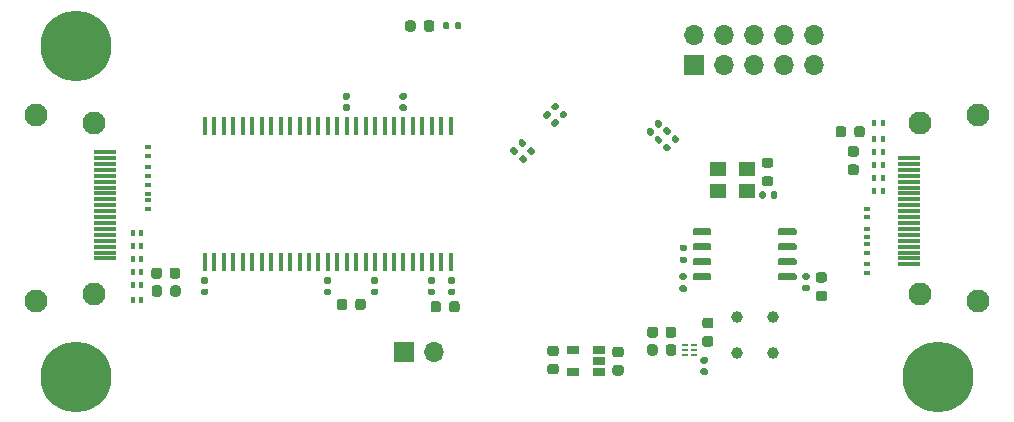
<source format=gbr>
%TF.GenerationSoftware,KiCad,Pcbnew,(5.1.10)-1*%
%TF.CreationDate,2021-07-24T21:30:02+02:00*%
%TF.ProjectId,Trugbild,54727567-6269-46c6-942e-6b696361645f,rev?*%
%TF.SameCoordinates,Original*%
%TF.FileFunction,Soldermask,Bot*%
%TF.FilePolarity,Negative*%
%FSLAX46Y46*%
G04 Gerber Fmt 4.6, Leading zero omitted, Abs format (unit mm)*
G04 Created by KiCad (PCBNEW (5.1.10)-1) date 2021-07-24 21:30:02*
%MOMM*%
%LPD*%
G01*
G04 APERTURE LIST*
%ADD10C,1.000000*%
%ADD11C,6.000000*%
%ADD12R,0.458000X1.510000*%
%ADD13O,1.700000X1.700000*%
%ADD14R,1.700000X1.700000*%
%ADD15R,1.400000X1.200000*%
%ADD16R,0.300000X0.550000*%
%ADD17R,0.550000X0.300000*%
%ADD18R,1.900000X0.300000*%
%ADD19C,1.950000*%
%ADD20R,0.530000X0.280000*%
%ADD21R,1.060000X0.650000*%
G04 APERTURE END LIST*
D10*
%TO.C,GND*%
X164000000Y-116950000D03*
%TD*%
%TO.C,1V2*%
X164000000Y-113950000D03*
%TD*%
%TO.C,3V3*%
X167000000Y-113950000D03*
%TD*%
%TO.C,5V*%
X167000000Y-116950000D03*
%TD*%
D11*
%TO.C,REF\u002A\u002A*%
X108000000Y-118950000D03*
%TD*%
%TO.C,REF\u002A\u002A*%
X181000000Y-118950000D03*
%TD*%
%TO.C,REF\u002A\u002A*%
X108000000Y-90950000D03*
%TD*%
D12*
%TO.C,U1*%
X139730000Y-97750000D03*
X138930000Y-97750000D03*
X138130000Y-97750000D03*
X137330000Y-97750000D03*
X136530000Y-97750000D03*
X135730000Y-97750000D03*
X134930000Y-97750000D03*
X134130000Y-97750000D03*
X133330000Y-97750000D03*
X132530000Y-97750000D03*
X131730000Y-97750000D03*
X130930000Y-97750000D03*
X130130000Y-97750000D03*
X129330000Y-97750000D03*
X128530000Y-97750000D03*
X127730000Y-97750000D03*
X126930000Y-97750000D03*
X126130000Y-97750000D03*
X125330000Y-97750000D03*
X124530000Y-97750000D03*
X123730000Y-97750000D03*
X122930000Y-97750000D03*
X122130000Y-97750000D03*
X121330000Y-97750000D03*
X120530000Y-97750000D03*
X119730000Y-97750000D03*
X118930000Y-97750000D03*
X118930000Y-109250000D03*
X119730000Y-109250000D03*
X120530000Y-109250000D03*
X121330000Y-109250000D03*
X122130000Y-109250000D03*
X122930000Y-109250000D03*
X123730000Y-109250000D03*
X124530000Y-109250000D03*
X125330000Y-109250000D03*
X126130000Y-109250000D03*
X126930000Y-109250000D03*
X127730000Y-109250000D03*
X128530000Y-109250000D03*
X129330000Y-109250000D03*
X130130000Y-109250000D03*
X130930000Y-109250000D03*
X131730000Y-109250000D03*
X132530000Y-109250000D03*
X133330000Y-109250000D03*
X134130000Y-109250000D03*
X134930000Y-109250000D03*
X135730000Y-109250000D03*
X136530000Y-109250000D03*
X137330000Y-109250000D03*
X138130000Y-109250000D03*
X138930000Y-109250000D03*
X139730000Y-109250000D03*
%TD*%
D13*
%TO.C,J1*%
X170460000Y-90010000D03*
X170460000Y-92550000D03*
X167920000Y-90010000D03*
X167920000Y-92550000D03*
X165380000Y-90010000D03*
X165380000Y-92550000D03*
X162840000Y-90010000D03*
X162840000Y-92550000D03*
X160300000Y-90010000D03*
D14*
X160300000Y-92550000D03*
%TD*%
%TO.C,U5*%
G36*
G01*
X160210000Y-110665000D02*
X160210000Y-110365000D01*
G75*
G02*
X160360000Y-110215000I150000J0D01*
G01*
X161660000Y-110215000D01*
G75*
G02*
X161810000Y-110365000I0J-150000D01*
G01*
X161810000Y-110665000D01*
G75*
G02*
X161660000Y-110815000I-150000J0D01*
G01*
X160360000Y-110815000D01*
G75*
G02*
X160210000Y-110665000I0J150000D01*
G01*
G37*
G36*
G01*
X160210000Y-109395000D02*
X160210000Y-109095000D01*
G75*
G02*
X160360000Y-108945000I150000J0D01*
G01*
X161660000Y-108945000D01*
G75*
G02*
X161810000Y-109095000I0J-150000D01*
G01*
X161810000Y-109395000D01*
G75*
G02*
X161660000Y-109545000I-150000J0D01*
G01*
X160360000Y-109545000D01*
G75*
G02*
X160210000Y-109395000I0J150000D01*
G01*
G37*
G36*
G01*
X160210000Y-108125000D02*
X160210000Y-107825000D01*
G75*
G02*
X160360000Y-107675000I150000J0D01*
G01*
X161660000Y-107675000D01*
G75*
G02*
X161810000Y-107825000I0J-150000D01*
G01*
X161810000Y-108125000D01*
G75*
G02*
X161660000Y-108275000I-150000J0D01*
G01*
X160360000Y-108275000D01*
G75*
G02*
X160210000Y-108125000I0J150000D01*
G01*
G37*
G36*
G01*
X160210000Y-106855000D02*
X160210000Y-106555000D01*
G75*
G02*
X160360000Y-106405000I150000J0D01*
G01*
X161660000Y-106405000D01*
G75*
G02*
X161810000Y-106555000I0J-150000D01*
G01*
X161810000Y-106855000D01*
G75*
G02*
X161660000Y-107005000I-150000J0D01*
G01*
X160360000Y-107005000D01*
G75*
G02*
X160210000Y-106855000I0J150000D01*
G01*
G37*
G36*
G01*
X167410000Y-106855000D02*
X167410000Y-106555000D01*
G75*
G02*
X167560000Y-106405000I150000J0D01*
G01*
X168860000Y-106405000D01*
G75*
G02*
X169010000Y-106555000I0J-150000D01*
G01*
X169010000Y-106855000D01*
G75*
G02*
X168860000Y-107005000I-150000J0D01*
G01*
X167560000Y-107005000D01*
G75*
G02*
X167410000Y-106855000I0J150000D01*
G01*
G37*
G36*
G01*
X167410000Y-108125000D02*
X167410000Y-107825000D01*
G75*
G02*
X167560000Y-107675000I150000J0D01*
G01*
X168860000Y-107675000D01*
G75*
G02*
X169010000Y-107825000I0J-150000D01*
G01*
X169010000Y-108125000D01*
G75*
G02*
X168860000Y-108275000I-150000J0D01*
G01*
X167560000Y-108275000D01*
G75*
G02*
X167410000Y-108125000I0J150000D01*
G01*
G37*
G36*
G01*
X167410000Y-109395000D02*
X167410000Y-109095000D01*
G75*
G02*
X167560000Y-108945000I150000J0D01*
G01*
X168860000Y-108945000D01*
G75*
G02*
X169010000Y-109095000I0J-150000D01*
G01*
X169010000Y-109395000D01*
G75*
G02*
X168860000Y-109545000I-150000J0D01*
G01*
X167560000Y-109545000D01*
G75*
G02*
X167410000Y-109395000I0J150000D01*
G01*
G37*
G36*
G01*
X167410000Y-110665000D02*
X167410000Y-110365000D01*
G75*
G02*
X167560000Y-110215000I150000J0D01*
G01*
X168860000Y-110215000D01*
G75*
G02*
X169010000Y-110365000I0J-150000D01*
G01*
X169010000Y-110665000D01*
G75*
G02*
X168860000Y-110815000I-150000J0D01*
G01*
X167560000Y-110815000D01*
G75*
G02*
X167410000Y-110665000I0J150000D01*
G01*
G37*
%TD*%
%TO.C,R19*%
G36*
G01*
X139610000Y-89055000D02*
X139610000Y-89425000D01*
G75*
G02*
X139475000Y-89560000I-135000J0D01*
G01*
X139205000Y-89560000D01*
G75*
G02*
X139070000Y-89425000I0J135000D01*
G01*
X139070000Y-89055000D01*
G75*
G02*
X139205000Y-88920000I135000J0D01*
G01*
X139475000Y-88920000D01*
G75*
G02*
X139610000Y-89055000I0J-135000D01*
G01*
G37*
G36*
G01*
X140630000Y-89055000D02*
X140630000Y-89425000D01*
G75*
G02*
X140495000Y-89560000I-135000J0D01*
G01*
X140225000Y-89560000D01*
G75*
G02*
X140090000Y-89425000I0J135000D01*
G01*
X140090000Y-89055000D01*
G75*
G02*
X140225000Y-88920000I135000J0D01*
G01*
X140495000Y-88920000D01*
G75*
G02*
X140630000Y-89055000I0J-135000D01*
G01*
G37*
%TD*%
%TO.C,D30*%
G36*
G01*
X137460000Y-89526250D02*
X137460000Y-89013750D01*
G75*
G02*
X137678750Y-88795000I218750J0D01*
G01*
X138116250Y-88795000D01*
G75*
G02*
X138335000Y-89013750I0J-218750D01*
G01*
X138335000Y-89526250D01*
G75*
G02*
X138116250Y-89745000I-218750J0D01*
G01*
X137678750Y-89745000D01*
G75*
G02*
X137460000Y-89526250I0J218750D01*
G01*
G37*
G36*
G01*
X135885000Y-89526250D02*
X135885000Y-89013750D01*
G75*
G02*
X136103750Y-88795000I218750J0D01*
G01*
X136541250Y-88795000D01*
G75*
G02*
X136760000Y-89013750I0J-218750D01*
G01*
X136760000Y-89526250D01*
G75*
G02*
X136541250Y-89745000I-218750J0D01*
G01*
X136103750Y-89745000D01*
G75*
G02*
X135885000Y-89526250I0J218750D01*
G01*
G37*
%TD*%
%TO.C,R18*%
G36*
G01*
X159585000Y-110760000D02*
X159215000Y-110760000D01*
G75*
G02*
X159080000Y-110625000I0J135000D01*
G01*
X159080000Y-110355000D01*
G75*
G02*
X159215000Y-110220000I135000J0D01*
G01*
X159585000Y-110220000D01*
G75*
G02*
X159720000Y-110355000I0J-135000D01*
G01*
X159720000Y-110625000D01*
G75*
G02*
X159585000Y-110760000I-135000J0D01*
G01*
G37*
G36*
G01*
X159585000Y-111780000D02*
X159215000Y-111780000D01*
G75*
G02*
X159080000Y-111645000I0J135000D01*
G01*
X159080000Y-111375000D01*
G75*
G02*
X159215000Y-111240000I135000J0D01*
G01*
X159585000Y-111240000D01*
G75*
G02*
X159720000Y-111375000I0J-135000D01*
G01*
X159720000Y-111645000D01*
G75*
G02*
X159585000Y-111780000I-135000J0D01*
G01*
G37*
%TD*%
%TO.C,R4*%
G36*
G01*
X159615000Y-108320000D02*
X159245000Y-108320000D01*
G75*
G02*
X159110000Y-108185000I0J135000D01*
G01*
X159110000Y-107915000D01*
G75*
G02*
X159245000Y-107780000I135000J0D01*
G01*
X159615000Y-107780000D01*
G75*
G02*
X159750000Y-107915000I0J-135000D01*
G01*
X159750000Y-108185000D01*
G75*
G02*
X159615000Y-108320000I-135000J0D01*
G01*
G37*
G36*
G01*
X159615000Y-109340000D02*
X159245000Y-109340000D01*
G75*
G02*
X159110000Y-109205000I0J135000D01*
G01*
X159110000Y-108935000D01*
G75*
G02*
X159245000Y-108800000I135000J0D01*
G01*
X159615000Y-108800000D01*
G75*
G02*
X159750000Y-108935000I0J-135000D01*
G01*
X159750000Y-109205000D01*
G75*
G02*
X159615000Y-109340000I-135000J0D01*
G01*
G37*
%TD*%
%TO.C,FB12*%
G36*
G01*
X171366250Y-110990000D02*
X170853750Y-110990000D01*
G75*
G02*
X170635000Y-110771250I0J218750D01*
G01*
X170635000Y-110333750D01*
G75*
G02*
X170853750Y-110115000I218750J0D01*
G01*
X171366250Y-110115000D01*
G75*
G02*
X171585000Y-110333750I0J-218750D01*
G01*
X171585000Y-110771250D01*
G75*
G02*
X171366250Y-110990000I-218750J0D01*
G01*
G37*
G36*
G01*
X171366250Y-112565000D02*
X170853750Y-112565000D01*
G75*
G02*
X170635000Y-112346250I0J218750D01*
G01*
X170635000Y-111908750D01*
G75*
G02*
X170853750Y-111690000I218750J0D01*
G01*
X171366250Y-111690000D01*
G75*
G02*
X171585000Y-111908750I0J-218750D01*
G01*
X171585000Y-112346250D01*
G75*
G02*
X171366250Y-112565000I-218750J0D01*
G01*
G37*
%TD*%
%TO.C,C2*%
G36*
G01*
X169640000Y-111170000D02*
X169980000Y-111170000D01*
G75*
G02*
X170120000Y-111310000I0J-140000D01*
G01*
X170120000Y-111590000D01*
G75*
G02*
X169980000Y-111730000I-140000J0D01*
G01*
X169640000Y-111730000D01*
G75*
G02*
X169500000Y-111590000I0J140000D01*
G01*
X169500000Y-111310000D01*
G75*
G02*
X169640000Y-111170000I140000J0D01*
G01*
G37*
G36*
G01*
X169640000Y-110210000D02*
X169980000Y-110210000D01*
G75*
G02*
X170120000Y-110350000I0J-140000D01*
G01*
X170120000Y-110630000D01*
G75*
G02*
X169980000Y-110770000I-140000J0D01*
G01*
X169640000Y-110770000D01*
G75*
G02*
X169500000Y-110630000I0J140000D01*
G01*
X169500000Y-110350000D01*
G75*
G02*
X169640000Y-110210000I140000J0D01*
G01*
G37*
%TD*%
D15*
%TO.C,X1*%
X164798269Y-101349275D03*
X162398269Y-101349275D03*
X162398269Y-103249275D03*
X164798269Y-103249275D03*
%TD*%
%TO.C,FB11*%
G36*
G01*
X173900000Y-98476250D02*
X173900000Y-97963750D01*
G75*
G02*
X174118750Y-97745000I218750J0D01*
G01*
X174556250Y-97745000D01*
G75*
G02*
X174775000Y-97963750I0J-218750D01*
G01*
X174775000Y-98476250D01*
G75*
G02*
X174556250Y-98695000I-218750J0D01*
G01*
X174118750Y-98695000D01*
G75*
G02*
X173900000Y-98476250I0J218750D01*
G01*
G37*
G36*
G01*
X172325000Y-98476250D02*
X172325000Y-97963750D01*
G75*
G02*
X172543750Y-97745000I218750J0D01*
G01*
X172981250Y-97745000D01*
G75*
G02*
X173200000Y-97963750I0J-218750D01*
G01*
X173200000Y-98476250D01*
G75*
G02*
X172981250Y-98695000I-218750J0D01*
G01*
X172543750Y-98695000D01*
G75*
G02*
X172325000Y-98476250I0J218750D01*
G01*
G37*
%TD*%
%TO.C,FB10*%
G36*
G01*
X115290000Y-111453750D02*
X115290000Y-111966250D01*
G75*
G02*
X115071250Y-112185000I-218750J0D01*
G01*
X114633750Y-112185000D01*
G75*
G02*
X114415000Y-111966250I0J218750D01*
G01*
X114415000Y-111453750D01*
G75*
G02*
X114633750Y-111235000I218750J0D01*
G01*
X115071250Y-111235000D01*
G75*
G02*
X115290000Y-111453750I0J-218750D01*
G01*
G37*
G36*
G01*
X116865000Y-111453750D02*
X116865000Y-111966250D01*
G75*
G02*
X116646250Y-112185000I-218750J0D01*
G01*
X116208750Y-112185000D01*
G75*
G02*
X115990000Y-111966250I0J218750D01*
G01*
X115990000Y-111453750D01*
G75*
G02*
X116208750Y-111235000I218750J0D01*
G01*
X116646250Y-111235000D01*
G75*
G02*
X116865000Y-111453750I0J-218750D01*
G01*
G37*
%TD*%
%TO.C,FB9*%
G36*
G01*
X166294899Y-101981766D02*
X166807399Y-101981766D01*
G75*
G02*
X167026149Y-102200516I0J-218750D01*
G01*
X167026149Y-102638016D01*
G75*
G02*
X166807399Y-102856766I-218750J0D01*
G01*
X166294899Y-102856766D01*
G75*
G02*
X166076149Y-102638016I0J218750D01*
G01*
X166076149Y-102200516D01*
G75*
G02*
X166294899Y-101981766I218750J0D01*
G01*
G37*
G36*
G01*
X166294899Y-100406766D02*
X166807399Y-100406766D01*
G75*
G02*
X167026149Y-100625516I0J-218750D01*
G01*
X167026149Y-101063016D01*
G75*
G02*
X166807399Y-101281766I-218750J0D01*
G01*
X166294899Y-101281766D01*
G75*
G02*
X166076149Y-101063016I0J218750D01*
G01*
X166076149Y-100625516D01*
G75*
G02*
X166294899Y-100406766I218750J0D01*
G01*
G37*
%TD*%
%TO.C,FB8*%
G36*
G01*
X157250000Y-116443750D02*
X157250000Y-116956250D01*
G75*
G02*
X157031250Y-117175000I-218750J0D01*
G01*
X156593750Y-117175000D01*
G75*
G02*
X156375000Y-116956250I0J218750D01*
G01*
X156375000Y-116443750D01*
G75*
G02*
X156593750Y-116225000I218750J0D01*
G01*
X157031250Y-116225000D01*
G75*
G02*
X157250000Y-116443750I0J-218750D01*
G01*
G37*
G36*
G01*
X158825000Y-116443750D02*
X158825000Y-116956250D01*
G75*
G02*
X158606250Y-117175000I-218750J0D01*
G01*
X158168750Y-117175000D01*
G75*
G02*
X157950000Y-116956250I0J218750D01*
G01*
X157950000Y-116443750D01*
G75*
G02*
X158168750Y-116225000I218750J0D01*
G01*
X158606250Y-116225000D01*
G75*
G02*
X158825000Y-116443750I0J-218750D01*
G01*
G37*
%TD*%
%TO.C,FB2*%
G36*
G01*
X131650000Y-113106250D02*
X131650000Y-112593750D01*
G75*
G02*
X131868750Y-112375000I218750J0D01*
G01*
X132306250Y-112375000D01*
G75*
G02*
X132525000Y-112593750I0J-218750D01*
G01*
X132525000Y-113106250D01*
G75*
G02*
X132306250Y-113325000I-218750J0D01*
G01*
X131868750Y-113325000D01*
G75*
G02*
X131650000Y-113106250I0J218750D01*
G01*
G37*
G36*
G01*
X130075000Y-113106250D02*
X130075000Y-112593750D01*
G75*
G02*
X130293750Y-112375000I218750J0D01*
G01*
X130731250Y-112375000D01*
G75*
G02*
X130950000Y-112593750I0J-218750D01*
G01*
X130950000Y-113106250D01*
G75*
G02*
X130731250Y-113325000I-218750J0D01*
G01*
X130293750Y-113325000D01*
G75*
G02*
X130075000Y-113106250I0J218750D01*
G01*
G37*
%TD*%
%TO.C,FB1*%
G36*
G01*
X139600000Y-113306250D02*
X139600000Y-112793750D01*
G75*
G02*
X139818750Y-112575000I218750J0D01*
G01*
X140256250Y-112575000D01*
G75*
G02*
X140475000Y-112793750I0J-218750D01*
G01*
X140475000Y-113306250D01*
G75*
G02*
X140256250Y-113525000I-218750J0D01*
G01*
X139818750Y-113525000D01*
G75*
G02*
X139600000Y-113306250I0J218750D01*
G01*
G37*
G36*
G01*
X138025000Y-113306250D02*
X138025000Y-112793750D01*
G75*
G02*
X138243750Y-112575000I218750J0D01*
G01*
X138681250Y-112575000D01*
G75*
G02*
X138900000Y-112793750I0J-218750D01*
G01*
X138900000Y-113306250D01*
G75*
G02*
X138681250Y-113525000I-218750J0D01*
G01*
X138243750Y-113525000D01*
G75*
G02*
X138025000Y-113306250I0J218750D01*
G01*
G37*
%TD*%
%TO.C,C1*%
G36*
G01*
X115275000Y-109950000D02*
X115275000Y-110450000D01*
G75*
G02*
X115050000Y-110675000I-225000J0D01*
G01*
X114600000Y-110675000D01*
G75*
G02*
X114375000Y-110450000I0J225000D01*
G01*
X114375000Y-109950000D01*
G75*
G02*
X114600000Y-109725000I225000J0D01*
G01*
X115050000Y-109725000D01*
G75*
G02*
X115275000Y-109950000I0J-225000D01*
G01*
G37*
G36*
G01*
X116825000Y-109950000D02*
X116825000Y-110450000D01*
G75*
G02*
X116600000Y-110675000I-225000J0D01*
G01*
X116150000Y-110675000D01*
G75*
G02*
X115925000Y-110450000I0J225000D01*
G01*
X115925000Y-109950000D01*
G75*
G02*
X116150000Y-109725000I225000J0D01*
G01*
X116600000Y-109725000D01*
G75*
G02*
X116825000Y-109950000I0J-225000D01*
G01*
G37*
%TD*%
%TO.C,C35*%
G36*
G01*
X166810000Y-103760000D02*
X166810000Y-103420000D01*
G75*
G02*
X166950000Y-103280000I140000J0D01*
G01*
X167230000Y-103280000D01*
G75*
G02*
X167370000Y-103420000I0J-140000D01*
G01*
X167370000Y-103760000D01*
G75*
G02*
X167230000Y-103900000I-140000J0D01*
G01*
X166950000Y-103900000D01*
G75*
G02*
X166810000Y-103760000I0J140000D01*
G01*
G37*
G36*
G01*
X165850000Y-103760000D02*
X165850000Y-103420000D01*
G75*
G02*
X165990000Y-103280000I140000J0D01*
G01*
X166270000Y-103280000D01*
G75*
G02*
X166410000Y-103420000I0J-140000D01*
G01*
X166410000Y-103760000D01*
G75*
G02*
X166270000Y-103900000I-140000J0D01*
G01*
X165990000Y-103900000D01*
G75*
G02*
X165850000Y-103760000I0J140000D01*
G01*
G37*
%TD*%
%TO.C,C29*%
G36*
G01*
X173560000Y-100995000D02*
X174060000Y-100995000D01*
G75*
G02*
X174285000Y-101220000I0J-225000D01*
G01*
X174285000Y-101670000D01*
G75*
G02*
X174060000Y-101895000I-225000J0D01*
G01*
X173560000Y-101895000D01*
G75*
G02*
X173335000Y-101670000I0J225000D01*
G01*
X173335000Y-101220000D01*
G75*
G02*
X173560000Y-100995000I225000J0D01*
G01*
G37*
G36*
G01*
X173560000Y-99445000D02*
X174060000Y-99445000D01*
G75*
G02*
X174285000Y-99670000I0J-225000D01*
G01*
X174285000Y-100120000D01*
G75*
G02*
X174060000Y-100345000I-225000J0D01*
G01*
X173560000Y-100345000D01*
G75*
G02*
X173335000Y-100120000I0J225000D01*
G01*
X173335000Y-99670000D01*
G75*
G02*
X173560000Y-99445000I225000J0D01*
G01*
G37*
%TD*%
%TO.C,C28*%
G36*
G01*
X161750000Y-114875000D02*
X161250000Y-114875000D01*
G75*
G02*
X161025000Y-114650000I0J225000D01*
G01*
X161025000Y-114200000D01*
G75*
G02*
X161250000Y-113975000I225000J0D01*
G01*
X161750000Y-113975000D01*
G75*
G02*
X161975000Y-114200000I0J-225000D01*
G01*
X161975000Y-114650000D01*
G75*
G02*
X161750000Y-114875000I-225000J0D01*
G01*
G37*
G36*
G01*
X161750000Y-116425000D02*
X161250000Y-116425000D01*
G75*
G02*
X161025000Y-116200000I0J225000D01*
G01*
X161025000Y-115750000D01*
G75*
G02*
X161250000Y-115525000I225000J0D01*
G01*
X161750000Y-115525000D01*
G75*
G02*
X161975000Y-115750000I0J-225000D01*
G01*
X161975000Y-116200000D01*
G75*
G02*
X161750000Y-116425000I-225000J0D01*
G01*
G37*
%TD*%
%TO.C,C26*%
G36*
G01*
X157275000Y-114950000D02*
X157275000Y-115450000D01*
G75*
G02*
X157050000Y-115675000I-225000J0D01*
G01*
X156600000Y-115675000D01*
G75*
G02*
X156375000Y-115450000I0J225000D01*
G01*
X156375000Y-114950000D01*
G75*
G02*
X156600000Y-114725000I225000J0D01*
G01*
X157050000Y-114725000D01*
G75*
G02*
X157275000Y-114950000I0J-225000D01*
G01*
G37*
G36*
G01*
X158825000Y-114950000D02*
X158825000Y-115450000D01*
G75*
G02*
X158600000Y-115675000I-225000J0D01*
G01*
X158150000Y-115675000D01*
G75*
G02*
X157925000Y-115450000I0J225000D01*
G01*
X157925000Y-114950000D01*
G75*
G02*
X158150000Y-114725000I225000J0D01*
G01*
X158600000Y-114725000D01*
G75*
G02*
X158825000Y-114950000I0J-225000D01*
G01*
G37*
%TD*%
%TO.C,C25*%
G36*
G01*
X148150000Y-117875000D02*
X148650000Y-117875000D01*
G75*
G02*
X148875000Y-118100000I0J-225000D01*
G01*
X148875000Y-118550000D01*
G75*
G02*
X148650000Y-118775000I-225000J0D01*
G01*
X148150000Y-118775000D01*
G75*
G02*
X147925000Y-118550000I0J225000D01*
G01*
X147925000Y-118100000D01*
G75*
G02*
X148150000Y-117875000I225000J0D01*
G01*
G37*
G36*
G01*
X148150000Y-116325000D02*
X148650000Y-116325000D01*
G75*
G02*
X148875000Y-116550000I0J-225000D01*
G01*
X148875000Y-117000000D01*
G75*
G02*
X148650000Y-117225000I-225000J0D01*
G01*
X148150000Y-117225000D01*
G75*
G02*
X147925000Y-117000000I0J225000D01*
G01*
X147925000Y-116550000D01*
G75*
G02*
X148150000Y-116325000I225000J0D01*
G01*
G37*
%TD*%
%TO.C,C24*%
G36*
G01*
X153650000Y-117975000D02*
X154150000Y-117975000D01*
G75*
G02*
X154375000Y-118200000I0J-225000D01*
G01*
X154375000Y-118650000D01*
G75*
G02*
X154150000Y-118875000I-225000J0D01*
G01*
X153650000Y-118875000D01*
G75*
G02*
X153425000Y-118650000I0J225000D01*
G01*
X153425000Y-118200000D01*
G75*
G02*
X153650000Y-117975000I225000J0D01*
G01*
G37*
G36*
G01*
X153650000Y-116425000D02*
X154150000Y-116425000D01*
G75*
G02*
X154375000Y-116650000I0J-225000D01*
G01*
X154375000Y-117100000D01*
G75*
G02*
X154150000Y-117325000I-225000J0D01*
G01*
X153650000Y-117325000D01*
G75*
G02*
X153425000Y-117100000I0J225000D01*
G01*
X153425000Y-116650000D01*
G75*
G02*
X153650000Y-116425000I225000J0D01*
G01*
G37*
%TD*%
%TO.C,R2*%
G36*
G01*
X158688520Y-99169909D02*
X158426891Y-98908280D01*
G75*
G02*
X158426891Y-98717362I95459J95459D01*
G01*
X158617810Y-98526443D01*
G75*
G02*
X158808728Y-98526443I95459J-95459D01*
G01*
X159070357Y-98788072D01*
G75*
G02*
X159070357Y-98978990I-95459J-95459D01*
G01*
X158879438Y-99169909D01*
G75*
G02*
X158688520Y-99169909I-95459J95459D01*
G01*
G37*
G36*
G01*
X157967272Y-99891157D02*
X157705643Y-99629528D01*
G75*
G02*
X157705643Y-99438610I95459J95459D01*
G01*
X157896562Y-99247691D01*
G75*
G02*
X158087480Y-99247691I95459J-95459D01*
G01*
X158349109Y-99509320D01*
G75*
G02*
X158349109Y-99700238I-95459J-95459D01*
G01*
X158158190Y-99891157D01*
G75*
G02*
X157967272Y-99891157I-95459J95459D01*
G01*
G37*
%TD*%
%TO.C,R1*%
G36*
G01*
X157376280Y-98587291D02*
X157637909Y-98848920D01*
G75*
G02*
X157637909Y-99039838I-95459J-95459D01*
G01*
X157446990Y-99230757D01*
G75*
G02*
X157256072Y-99230757I-95459J95459D01*
G01*
X156994443Y-98969128D01*
G75*
G02*
X156994443Y-98778210I95459J95459D01*
G01*
X157185362Y-98587291D01*
G75*
G02*
X157376280Y-98587291I95459J-95459D01*
G01*
G37*
G36*
G01*
X158097528Y-97866043D02*
X158359157Y-98127672D01*
G75*
G02*
X158359157Y-98318590I-95459J-95459D01*
G01*
X158168238Y-98509509D01*
G75*
G02*
X157977320Y-98509509I-95459J95459D01*
G01*
X157715691Y-98247880D01*
G75*
G02*
X157715691Y-98056962I95459J95459D01*
G01*
X157906610Y-97866043D01*
G75*
G02*
X158097528Y-97866043I95459J-95459D01*
G01*
G37*
%TD*%
%TO.C,C34*%
G36*
G01*
X133130000Y-111500000D02*
X133470000Y-111500000D01*
G75*
G02*
X133610000Y-111640000I0J-140000D01*
G01*
X133610000Y-111920000D01*
G75*
G02*
X133470000Y-112060000I-140000J0D01*
G01*
X133130000Y-112060000D01*
G75*
G02*
X132990000Y-111920000I0J140000D01*
G01*
X132990000Y-111640000D01*
G75*
G02*
X133130000Y-111500000I140000J0D01*
G01*
G37*
G36*
G01*
X133130000Y-110540000D02*
X133470000Y-110540000D01*
G75*
G02*
X133610000Y-110680000I0J-140000D01*
G01*
X133610000Y-110960000D01*
G75*
G02*
X133470000Y-111100000I-140000J0D01*
G01*
X133130000Y-111100000D01*
G75*
G02*
X132990000Y-110960000I0J140000D01*
G01*
X132990000Y-110680000D01*
G75*
G02*
X133130000Y-110540000I140000J0D01*
G01*
G37*
%TD*%
%TO.C,C33*%
G36*
G01*
X137930000Y-111500000D02*
X138270000Y-111500000D01*
G75*
G02*
X138410000Y-111640000I0J-140000D01*
G01*
X138410000Y-111920000D01*
G75*
G02*
X138270000Y-112060000I-140000J0D01*
G01*
X137930000Y-112060000D01*
G75*
G02*
X137790000Y-111920000I0J140000D01*
G01*
X137790000Y-111640000D01*
G75*
G02*
X137930000Y-111500000I140000J0D01*
G01*
G37*
G36*
G01*
X137930000Y-110540000D02*
X138270000Y-110540000D01*
G75*
G02*
X138410000Y-110680000I0J-140000D01*
G01*
X138410000Y-110960000D01*
G75*
G02*
X138270000Y-111100000I-140000J0D01*
G01*
X137930000Y-111100000D01*
G75*
G02*
X137790000Y-110960000I0J140000D01*
G01*
X137790000Y-110680000D01*
G75*
G02*
X137930000Y-110540000I140000J0D01*
G01*
G37*
%TD*%
%TO.C,C32*%
G36*
G01*
X131070000Y-95500000D02*
X130730000Y-95500000D01*
G75*
G02*
X130590000Y-95360000I0J140000D01*
G01*
X130590000Y-95080000D01*
G75*
G02*
X130730000Y-94940000I140000J0D01*
G01*
X131070000Y-94940000D01*
G75*
G02*
X131210000Y-95080000I0J-140000D01*
G01*
X131210000Y-95360000D01*
G75*
G02*
X131070000Y-95500000I-140000J0D01*
G01*
G37*
G36*
G01*
X131070000Y-96460000D02*
X130730000Y-96460000D01*
G75*
G02*
X130590000Y-96320000I0J140000D01*
G01*
X130590000Y-96040000D01*
G75*
G02*
X130730000Y-95900000I140000J0D01*
G01*
X131070000Y-95900000D01*
G75*
G02*
X131210000Y-96040000I0J-140000D01*
G01*
X131210000Y-96320000D01*
G75*
G02*
X131070000Y-96460000I-140000J0D01*
G01*
G37*
%TD*%
%TO.C,C31*%
G36*
G01*
X135870000Y-95500000D02*
X135530000Y-95500000D01*
G75*
G02*
X135390000Y-95360000I0J140000D01*
G01*
X135390000Y-95080000D01*
G75*
G02*
X135530000Y-94940000I140000J0D01*
G01*
X135870000Y-94940000D01*
G75*
G02*
X136010000Y-95080000I0J-140000D01*
G01*
X136010000Y-95360000D01*
G75*
G02*
X135870000Y-95500000I-140000J0D01*
G01*
G37*
G36*
G01*
X135870000Y-96460000D02*
X135530000Y-96460000D01*
G75*
G02*
X135390000Y-96320000I0J140000D01*
G01*
X135390000Y-96040000D01*
G75*
G02*
X135530000Y-95900000I140000J0D01*
G01*
X135870000Y-95900000D01*
G75*
G02*
X136010000Y-96040000I0J-140000D01*
G01*
X136010000Y-96320000D01*
G75*
G02*
X135870000Y-96460000I-140000J0D01*
G01*
G37*
%TD*%
%TO.C,C30*%
G36*
G01*
X139630000Y-111500000D02*
X139970000Y-111500000D01*
G75*
G02*
X140110000Y-111640000I0J-140000D01*
G01*
X140110000Y-111920000D01*
G75*
G02*
X139970000Y-112060000I-140000J0D01*
G01*
X139630000Y-112060000D01*
G75*
G02*
X139490000Y-111920000I0J140000D01*
G01*
X139490000Y-111640000D01*
G75*
G02*
X139630000Y-111500000I140000J0D01*
G01*
G37*
G36*
G01*
X139630000Y-110540000D02*
X139970000Y-110540000D01*
G75*
G02*
X140110000Y-110680000I0J-140000D01*
G01*
X140110000Y-110960000D01*
G75*
G02*
X139970000Y-111100000I-140000J0D01*
G01*
X139630000Y-111100000D01*
G75*
G02*
X139490000Y-110960000I0J140000D01*
G01*
X139490000Y-110680000D01*
G75*
G02*
X139630000Y-110540000I140000J0D01*
G01*
G37*
%TD*%
%TO.C,C27*%
G36*
G01*
X161012000Y-118255600D02*
X161352000Y-118255600D01*
G75*
G02*
X161492000Y-118395600I0J-140000D01*
G01*
X161492000Y-118675600D01*
G75*
G02*
X161352000Y-118815600I-140000J0D01*
G01*
X161012000Y-118815600D01*
G75*
G02*
X160872000Y-118675600I0J140000D01*
G01*
X160872000Y-118395600D01*
G75*
G02*
X161012000Y-118255600I140000J0D01*
G01*
G37*
G36*
G01*
X161012000Y-117295600D02*
X161352000Y-117295600D01*
G75*
G02*
X161492000Y-117435600I0J-140000D01*
G01*
X161492000Y-117715600D01*
G75*
G02*
X161352000Y-117855600I-140000J0D01*
G01*
X161012000Y-117855600D01*
G75*
G02*
X160872000Y-117715600I0J140000D01*
G01*
X160872000Y-117435600D01*
G75*
G02*
X161012000Y-117295600I140000J0D01*
G01*
G37*
%TD*%
%TO.C,C21*%
G36*
G01*
X118730000Y-111500000D02*
X119070000Y-111500000D01*
G75*
G02*
X119210000Y-111640000I0J-140000D01*
G01*
X119210000Y-111920000D01*
G75*
G02*
X119070000Y-112060000I-140000J0D01*
G01*
X118730000Y-112060000D01*
G75*
G02*
X118590000Y-111920000I0J140000D01*
G01*
X118590000Y-111640000D01*
G75*
G02*
X118730000Y-111500000I140000J0D01*
G01*
G37*
G36*
G01*
X118730000Y-110540000D02*
X119070000Y-110540000D01*
G75*
G02*
X119210000Y-110680000I0J-140000D01*
G01*
X119210000Y-110960000D01*
G75*
G02*
X119070000Y-111100000I-140000J0D01*
G01*
X118730000Y-111100000D01*
G75*
G02*
X118590000Y-110960000I0J140000D01*
G01*
X118590000Y-110680000D01*
G75*
G02*
X118730000Y-110540000I140000J0D01*
G01*
G37*
%TD*%
%TO.C,C18*%
G36*
G01*
X129130000Y-111500000D02*
X129470000Y-111500000D01*
G75*
G02*
X129610000Y-111640000I0J-140000D01*
G01*
X129610000Y-111920000D01*
G75*
G02*
X129470000Y-112060000I-140000J0D01*
G01*
X129130000Y-112060000D01*
G75*
G02*
X128990000Y-111920000I0J140000D01*
G01*
X128990000Y-111640000D01*
G75*
G02*
X129130000Y-111500000I140000J0D01*
G01*
G37*
G36*
G01*
X129130000Y-110540000D02*
X129470000Y-110540000D01*
G75*
G02*
X129610000Y-110680000I0J-140000D01*
G01*
X129610000Y-110960000D01*
G75*
G02*
X129470000Y-111100000I-140000J0D01*
G01*
X129130000Y-111100000D01*
G75*
G02*
X128990000Y-110960000I0J140000D01*
G01*
X128990000Y-110680000D01*
G75*
G02*
X129130000Y-110540000I140000J0D01*
G01*
G37*
%TD*%
%TO.C,C16*%
G36*
G01*
X148234817Y-97398025D02*
X148475233Y-97157609D01*
G75*
G02*
X148673223Y-97157609I98995J-98995D01*
G01*
X148871213Y-97355599D01*
G75*
G02*
X148871213Y-97553589I-98995J-98995D01*
G01*
X148630797Y-97794005D01*
G75*
G02*
X148432807Y-97794005I-98995J98995D01*
G01*
X148234817Y-97596015D01*
G75*
G02*
X148234817Y-97398025I98995J98995D01*
G01*
G37*
G36*
G01*
X147555995Y-96719203D02*
X147796411Y-96478787D01*
G75*
G02*
X147994401Y-96478787I98995J-98995D01*
G01*
X148192391Y-96676777D01*
G75*
G02*
X148192391Y-96874767I-98995J-98995D01*
G01*
X147951975Y-97115183D01*
G75*
G02*
X147753985Y-97115183I-98995J98995D01*
G01*
X147555995Y-96917193D01*
G75*
G02*
X147555995Y-96719203I98995J98995D01*
G01*
G37*
%TD*%
%TO.C,C11*%
G36*
G01*
X148941924Y-96690918D02*
X149182340Y-96450502D01*
G75*
G02*
X149380330Y-96450502I98995J-98995D01*
G01*
X149578320Y-96648492D01*
G75*
G02*
X149578320Y-96846482I-98995J-98995D01*
G01*
X149337904Y-97086898D01*
G75*
G02*
X149139914Y-97086898I-98995J98995D01*
G01*
X148941924Y-96888908D01*
G75*
G02*
X148941924Y-96690918I98995J98995D01*
G01*
G37*
G36*
G01*
X148263102Y-96012096D02*
X148503518Y-95771680D01*
G75*
G02*
X148701508Y-95771680I98995J-98995D01*
G01*
X148899498Y-95969670D01*
G75*
G02*
X148899498Y-96167660I-98995J-98995D01*
G01*
X148659082Y-96408076D01*
G75*
G02*
X148461092Y-96408076I-98995J98995D01*
G01*
X148263102Y-96210086D01*
G75*
G02*
X148263102Y-96012096I98995J98995D01*
G01*
G37*
%TD*%
%TO.C,C9*%
G36*
G01*
X145188371Y-99521213D02*
X145428787Y-99761629D01*
G75*
G02*
X145428787Y-99959619I-98995J-98995D01*
G01*
X145230797Y-100157609D01*
G75*
G02*
X145032807Y-100157609I-98995J98995D01*
G01*
X144792391Y-99917193D01*
G75*
G02*
X144792391Y-99719203I98995J98995D01*
G01*
X144990381Y-99521213D01*
G75*
G02*
X145188371Y-99521213I98995J-98995D01*
G01*
G37*
G36*
G01*
X145867193Y-98842391D02*
X146107609Y-99082807D01*
G75*
G02*
X146107609Y-99280797I-98995J-98995D01*
G01*
X145909619Y-99478787D01*
G75*
G02*
X145711629Y-99478787I-98995J98995D01*
G01*
X145471213Y-99238371D01*
G75*
G02*
X145471213Y-99040381I98995J98995D01*
G01*
X145669203Y-98842391D01*
G75*
G02*
X145867193Y-98842391I98995J-98995D01*
G01*
G37*
%TD*%
%TO.C,C7*%
G36*
G01*
X157227229Y-97866787D02*
X156986813Y-97626371D01*
G75*
G02*
X156986813Y-97428381I98995J98995D01*
G01*
X157184803Y-97230391D01*
G75*
G02*
X157382793Y-97230391I98995J-98995D01*
G01*
X157623209Y-97470807D01*
G75*
G02*
X157623209Y-97668797I-98995J-98995D01*
G01*
X157425219Y-97866787D01*
G75*
G02*
X157227229Y-97866787I-98995J98995D01*
G01*
G37*
G36*
G01*
X156548407Y-98545609D02*
X156307991Y-98305193D01*
G75*
G02*
X156307991Y-98107203I98995J98995D01*
G01*
X156505981Y-97909213D01*
G75*
G02*
X156703971Y-97909213I98995J-98995D01*
G01*
X156944387Y-98149629D01*
G75*
G02*
X156944387Y-98347619I-98995J-98995D01*
G01*
X156746397Y-98545609D01*
G75*
G02*
X156548407Y-98545609I-98995J98995D01*
G01*
G37*
%TD*%
%TO.C,C5*%
G36*
G01*
X145938371Y-100221213D02*
X146178787Y-100461629D01*
G75*
G02*
X146178787Y-100659619I-98995J-98995D01*
G01*
X145980797Y-100857609D01*
G75*
G02*
X145782807Y-100857609I-98995J98995D01*
G01*
X145542391Y-100617193D01*
G75*
G02*
X145542391Y-100419203I98995J98995D01*
G01*
X145740381Y-100221213D01*
G75*
G02*
X145938371Y-100221213I98995J-98995D01*
G01*
G37*
G36*
G01*
X146617193Y-99542391D02*
X146857609Y-99782807D01*
G75*
G02*
X146857609Y-99980797I-98995J-98995D01*
G01*
X146659619Y-100178787D01*
G75*
G02*
X146461629Y-100178787I-98995J98995D01*
G01*
X146221213Y-99938371D01*
G75*
G02*
X146221213Y-99740381I98995J98995D01*
G01*
X146419203Y-99542391D01*
G75*
G02*
X146617193Y-99542391I98995J-98995D01*
G01*
G37*
%TD*%
D16*
%TO.C,D28*%
X175600000Y-98820000D03*
X176300000Y-98820000D03*
%TD*%
%TO.C,D29*%
X113490000Y-111210000D03*
X112790000Y-111210000D03*
%TD*%
%TO.C,D27*%
X175600000Y-97500000D03*
X176300000Y-97500000D03*
%TD*%
%TO.C,D26*%
X175600000Y-101020000D03*
X176300000Y-101020000D03*
%TD*%
%TO.C,D25*%
X175600000Y-103220000D03*
X176300000Y-103220000D03*
%TD*%
D17*
%TO.C,D23*%
X175000000Y-104750000D03*
X175000000Y-105450000D03*
%TD*%
%TO.C,D21*%
X175000000Y-107750000D03*
X175000000Y-108450000D03*
%TD*%
D16*
%TO.C,D20*%
X113490000Y-112450000D03*
X112790000Y-112450000D03*
%TD*%
%TO.C,D19*%
X113490000Y-109010000D03*
X112790000Y-109010000D03*
%TD*%
%TO.C,D18*%
X113490000Y-106810000D03*
X112790000Y-106810000D03*
%TD*%
%TO.C,D17*%
X175600000Y-102120000D03*
X176300000Y-102120000D03*
%TD*%
%TO.C,D16*%
X175600000Y-99920000D03*
X176300000Y-99920000D03*
%TD*%
D17*
%TO.C,D14*%
X175000000Y-107150000D03*
X175000000Y-106450000D03*
%TD*%
%TO.C,D12*%
X114110000Y-104740000D03*
X114110000Y-104040000D03*
%TD*%
%TO.C,D10*%
X114100000Y-101950000D03*
X114100000Y-101250000D03*
%TD*%
%TO.C,D8*%
X174997000Y-110150000D03*
X174997000Y-109450000D03*
%TD*%
D16*
%TO.C,D7*%
X113490000Y-107910000D03*
X112790000Y-107910000D03*
%TD*%
%TO.C,D6*%
X113490000Y-110110000D03*
X112790000Y-110110000D03*
%TD*%
D17*
%TO.C,D4*%
X114110000Y-102770000D03*
X114110000Y-103470000D03*
%TD*%
%TO.C,D2*%
X114100000Y-99550000D03*
X114100000Y-100250000D03*
%TD*%
D18*
%TO.C,J4*%
X178500000Y-109450000D03*
X178500000Y-108950000D03*
X178500000Y-108450000D03*
X178500000Y-107950000D03*
X178500000Y-107450000D03*
X178500000Y-106950000D03*
X178500000Y-106450000D03*
X178500000Y-105950000D03*
X178500000Y-105450000D03*
X178500000Y-104950000D03*
X178500000Y-104450000D03*
X178500000Y-103950000D03*
X178500000Y-103450000D03*
X178500000Y-102950000D03*
X178500000Y-102450000D03*
X178500000Y-101950000D03*
X178500000Y-101450000D03*
X178500000Y-100950000D03*
X178500000Y-100450000D03*
D19*
X179500000Y-97450000D03*
X179500000Y-111950000D03*
X184400000Y-96850000D03*
X184400000Y-112550000D03*
%TD*%
%TO.C,J2*%
X104590000Y-96850000D03*
X104590000Y-112550000D03*
X109490000Y-97450000D03*
X109490000Y-111950000D03*
D18*
X110490000Y-108950000D03*
X110490000Y-108450000D03*
X110490000Y-107950000D03*
X110490000Y-107450000D03*
X110490000Y-106950000D03*
X110490000Y-106450000D03*
X110490000Y-105950000D03*
X110490000Y-105450000D03*
X110490000Y-104950000D03*
X110490000Y-104450000D03*
X110490000Y-103950000D03*
X110490000Y-103450000D03*
X110490000Y-102950000D03*
X110490000Y-102450000D03*
X110490000Y-101950000D03*
X110490000Y-101450000D03*
X110490000Y-100950000D03*
X110490000Y-100450000D03*
X110490000Y-99950000D03*
%TD*%
D20*
%TO.C,U4*%
X159564000Y-116300000D03*
X159564000Y-116700000D03*
X159564000Y-117100000D03*
X160300000Y-117100000D03*
X160300000Y-116700000D03*
X160300000Y-116300000D03*
%TD*%
D21*
%TO.C,U3*%
X150100000Y-116700000D03*
X150100000Y-118600000D03*
X152300000Y-118600000D03*
X152300000Y-117650000D03*
X152300000Y-116700000D03*
%TD*%
D13*
%TO.C,J3*%
X138340000Y-116900000D03*
D14*
X135800000Y-116900000D03*
%TD*%
M02*

</source>
